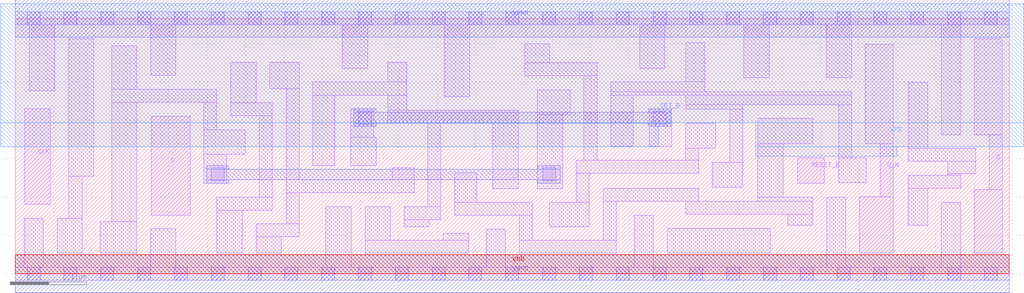
<source format=lef>
# Copyright 2020 The SkyWater PDK Authors
#
# Licensed under the Apache License, Version 2.0 (the "License");
# you may not use this file except in compliance with the License.
# You may obtain a copy of the License at
#
#     https://www.apache.org/licenses/LICENSE-2.0
#
# Unless required by applicable law or agreed to in writing, software
# distributed under the License is distributed on an "AS IS" BASIS,
# WITHOUT WARRANTIES OR CONDITIONS OF ANY KIND, either express or implied.
# See the License for the specific language governing permissions and
# limitations under the License.
#
# SPDX-License-Identifier: Apache-2.0

VERSION 5.7 ;
  NOWIREEXTENSIONATPIN ON ;
  DIVIDERCHAR "/" ;
  BUSBITCHARS "[]" ;
MACRO sky130_fd_sc_lp__dfbbp_1
  CLASS CORE ;
  FOREIGN sky130_fd_sc_lp__dfbbp_1 ;
  ORIGIN  0.000000  0.000000 ;
  SIZE  12.96000 BY  3.330000 ;
  SYMMETRY X Y R90 ;
  SITE unit ;
  PIN D
    ANTENNAGATEAREA  0.126000 ;
    DIRECTION INPUT ;
    USE SIGNAL ;
    PORT
      LAYER li1 ;
        RECT 1.770000 0.765000 2.280000 2.055000 ;
    END
  END D
  PIN Q
    ANTENNADIFFAREA  0.598500 ;
    DIRECTION OUTPUT ;
    USE SIGNAL ;
    PORT
      LAYER li1 ;
        RECT 12.505000 0.265000 12.870000 1.095000 ;
        RECT 12.505000 1.815000 12.870000 3.065000 ;
        RECT 12.700000 1.095000 12.870000 1.815000 ;
    END
  END Q
  PIN Q_N
    ANTENNADIFFAREA  0.598500 ;
    DIRECTION OUTPUT ;
    USE SIGNAL ;
    PORT
      LAYER li1 ;
        RECT 11.010000 0.265000 11.445000 1.005000 ;
        RECT 11.085000 1.695000 11.445000 2.995000 ;
        RECT 11.275000 1.005000 11.445000 1.695000 ;
    END
  END Q_N
  PIN RESET_B
    ANTENNAGATEAREA  0.159000 ;
    DIRECTION INPUT ;
    USE SIGNAL ;
    PORT
      LAYER li1 ;
        RECT 10.205000 1.180000 10.550000 1.515000 ;
    END
  END RESET_B
  PIN SET_B
    ANTENNAGATEAREA  0.444000 ;
    DIRECTION INPUT ;
    USE SIGNAL ;
    PORT
      LAYER met1 ;
        RECT 4.415000 1.920000 4.705000 1.965000 ;
        RECT 4.415000 1.965000 8.545000 2.105000 ;
        RECT 4.415000 2.105000 4.705000 2.150000 ;
        RECT 8.255000 1.920000 8.545000 1.965000 ;
        RECT 8.255000 2.105000 8.545000 2.150000 ;
    END
  END SET_B
  PIN CLK
    ANTENNAGATEAREA  0.159000 ;
    DIRECTION INPUT ;
    USE CLOCK ;
    PORT
      LAYER li1 ;
        RECT 0.125000 0.905000 0.455000 2.150000 ;
    END
  END CLK
  PIN VGND
    DIRECTION INOUT ;
    USE GROUND ;
    PORT
      LAYER met1 ;
        RECT 0.000000 -0.245000 12.960000 0.245000 ;
    END
  END VGND
  PIN VNB
    DIRECTION INOUT ;
    USE GROUND ;
    PORT
      LAYER pwell ;
        RECT 0.000000 0.000000 12.960000 0.245000 ;
    END
  END VNB
  PIN VPB
    DIRECTION INOUT ;
    USE POWER ;
    PORT
      LAYER nwell ;
        RECT -0.190000 1.655000  8.385000 1.970000 ;
        RECT -0.190000 1.970000 13.150000 3.520000 ;
        RECT  9.655000 1.535000 11.495000 1.655000 ;
        RECT  9.655000 1.655000 13.150000 1.970000 ;
    END
  END VPB
  PIN VPWR
    DIRECTION INOUT ;
    USE POWER ;
    PORT
      LAYER met1 ;
        RECT 0.000000 3.085000 12.960000 3.575000 ;
    END
  END VPWR
  OBS
    LAYER li1 ;
      RECT  0.000000 -0.085000 12.960000 0.085000 ;
      RECT  0.000000  3.245000 12.960000 3.415000 ;
      RECT  0.115000  0.085000  0.365000 0.725000 ;
      RECT  0.185000  2.385000  0.515000 3.245000 ;
      RECT  0.545000  0.265000  0.875000 0.725000 ;
      RECT  0.695000  0.725000  0.875000 1.270000 ;
      RECT  0.695000  1.270000  1.025000 3.065000 ;
      RECT  1.105000  0.265000  1.585000 0.675000 ;
      RECT  1.255000  0.675000  1.585000 2.235000 ;
      RECT  1.255000  2.235000  2.630000 2.405000 ;
      RECT  1.255000  2.405000  1.585000 2.975000 ;
      RECT  1.765000  0.085000  2.095000 0.585000 ;
      RECT  1.765000  2.585000  2.095000 3.245000 ;
      RECT  2.460000  1.180000  2.755000 1.560000 ;
      RECT  2.460000  1.560000  3.000000 1.880000 ;
      RECT  2.460000  1.880000  2.630000 2.235000 ;
      RECT  2.630000  0.265000  2.960000 0.830000 ;
      RECT  2.630000  0.830000  3.350000 1.000000 ;
      RECT  2.810000  2.060000  3.350000 2.230000 ;
      RECT  2.810000  2.230000  3.140000 2.755000 ;
      RECT  3.140000  0.265000  3.470000 0.480000 ;
      RECT  3.140000  0.480000  3.700000 0.650000 ;
      RECT  3.180000  1.000000  3.350000 2.060000 ;
      RECT  3.320000  2.410000  3.700000 2.755000 ;
      RECT  3.530000  0.650000  3.700000 1.055000 ;
      RECT  3.530000  1.055000  5.200000 1.225000 ;
      RECT  3.530000  1.225000  3.700000 2.410000 ;
      RECT  3.880000  1.405000  4.165000 2.330000 ;
      RECT  3.880000  2.330000  5.105000 2.500000 ;
      RECT  4.050000  0.085000  4.380000 0.875000 ;
      RECT  4.265000  2.680000  4.595000 3.245000 ;
      RECT  4.375000  1.405000  4.705000 1.780000 ;
      RECT  4.375000  1.780000  4.675000 2.150000 ;
      RECT  4.560000  0.265000  5.910000 0.435000 ;
      RECT  4.560000  0.435000  4.890000 0.875000 ;
      RECT  4.855000  1.960000  6.555000 2.130000 ;
      RECT  4.855000  2.130000  5.105000 2.330000 ;
      RECT  4.855000  2.500000  5.105000 2.755000 ;
      RECT  4.915000  1.225000  5.200000 1.385000 ;
      RECT  5.070000  0.615000  5.400000 0.705000 ;
      RECT  5.070000  0.705000  5.550000 0.875000 ;
      RECT  5.380000  0.875000  5.550000 1.960000 ;
      RECT  5.580000  0.435000  5.910000 0.525000 ;
      RECT  5.595000  2.310000  5.925000 3.245000 ;
      RECT  5.730000  0.760000  6.740000 0.930000 ;
      RECT  5.730000  0.930000  6.015000 1.315000 ;
      RECT  6.140000  0.085000  6.390000 0.580000 ;
      RECT  6.225000  1.110000  6.555000 1.960000 ;
      RECT  6.570000  0.265000  7.835000 0.435000 ;
      RECT  6.570000  0.435000  6.740000 0.760000 ;
      RECT  6.640000  2.580000  7.585000 2.750000 ;
      RECT  6.640000  2.750000  6.970000 3.000000 ;
      RECT  6.805000  1.110000  7.135000 2.070000 ;
      RECT  6.805000  2.070000  7.235000 2.400000 ;
      RECT  6.960000  0.615000  7.485000 0.930000 ;
      RECT  7.315000  0.930000  7.485000 1.310000 ;
      RECT  7.315000  1.310000  8.910000 1.480000 ;
      RECT  7.415000  1.480000  7.585000 2.580000 ;
      RECT  7.665000  0.435000  7.835000 0.945000 ;
      RECT  7.665000  0.945000  8.910000 1.115000 ;
      RECT  7.765000  1.660000  8.055000 2.330000 ;
      RECT  7.765000  2.330000 10.905000 2.375000 ;
      RECT  7.765000  2.375000  8.990000 2.500000 ;
      RECT  8.070000  0.085000  8.320000 0.765000 ;
      RECT  8.140000  2.680000  8.470000 3.245000 ;
      RECT  8.265000  1.660000  8.560000 2.150000 ;
      RECT  8.500000  0.265000  9.845000 0.595000 ;
      RECT  8.740000  0.775000 10.400000 0.945000 ;
      RECT  8.740000  1.480000  8.910000 1.635000 ;
      RECT  8.740000  1.635000  9.135000 1.965000 ;
      RECT  8.740000  2.145000  9.485000 2.205000 ;
      RECT  8.740000  2.205000 10.905000 2.330000 ;
      RECT  8.740000  2.500000  8.990000 3.010000 ;
      RECT  9.090000  1.125000  9.485000 1.455000 ;
      RECT  9.315000  1.455000  9.485000 2.145000 ;
      RECT  9.500000  2.555000  9.830000 3.245000 ;
      RECT  9.680000  0.945000 10.400000 1.000000 ;
      RECT  9.680000  1.000000 10.010000 1.695000 ;
      RECT  9.680000  1.695000 10.395000 2.025000 ;
      RECT 10.070000  0.635000 10.400000 0.775000 ;
      RECT 10.575000  2.555000 10.905000 3.245000 ;
      RECT 10.580000  0.085000 10.830000 1.000000 ;
      RECT 10.735000  1.185000 11.095000 1.515000 ;
      RECT 10.735000  1.515000 10.905000 2.205000 ;
      RECT 11.645000  0.635000 11.895000 1.115000 ;
      RECT 11.645000  1.115000 12.325000 1.285000 ;
      RECT 11.645000  1.465000 12.520000 1.635000 ;
      RECT 11.645000  1.635000 11.895000 2.495000 ;
      RECT 12.075000  0.085000 12.325000 0.935000 ;
      RECT 12.075000  1.815000 12.325000 3.245000 ;
      RECT 12.155000  1.285000 12.325000 1.305000 ;
      RECT 12.155000  1.305000 12.520000 1.465000 ;
    LAYER mcon ;
      RECT  0.155000 -0.085000  0.325000 0.085000 ;
      RECT  0.155000  3.245000  0.325000 3.415000 ;
      RECT  0.635000 -0.085000  0.805000 0.085000 ;
      RECT  0.635000  3.245000  0.805000 3.415000 ;
      RECT  1.115000 -0.085000  1.285000 0.085000 ;
      RECT  1.115000  3.245000  1.285000 3.415000 ;
      RECT  1.595000 -0.085000  1.765000 0.085000 ;
      RECT  1.595000  3.245000  1.765000 3.415000 ;
      RECT  2.075000 -0.085000  2.245000 0.085000 ;
      RECT  2.075000  3.245000  2.245000 3.415000 ;
      RECT  2.555000 -0.085000  2.725000 0.085000 ;
      RECT  2.555000  1.210000  2.725000 1.380000 ;
      RECT  2.555000  3.245000  2.725000 3.415000 ;
      RECT  3.035000 -0.085000  3.205000 0.085000 ;
      RECT  3.035000  3.245000  3.205000 3.415000 ;
      RECT  3.515000 -0.085000  3.685000 0.085000 ;
      RECT  3.515000  3.245000  3.685000 3.415000 ;
      RECT  3.995000 -0.085000  4.165000 0.085000 ;
      RECT  3.995000  3.245000  4.165000 3.415000 ;
      RECT  4.475000 -0.085000  4.645000 0.085000 ;
      RECT  4.475000  1.950000  4.645000 2.120000 ;
      RECT  4.475000  3.245000  4.645000 3.415000 ;
      RECT  4.955000 -0.085000  5.125000 0.085000 ;
      RECT  4.955000  3.245000  5.125000 3.415000 ;
      RECT  5.435000 -0.085000  5.605000 0.085000 ;
      RECT  5.435000  3.245000  5.605000 3.415000 ;
      RECT  5.915000 -0.085000  6.085000 0.085000 ;
      RECT  5.915000  3.245000  6.085000 3.415000 ;
      RECT  6.395000 -0.085000  6.565000 0.085000 ;
      RECT  6.395000  3.245000  6.565000 3.415000 ;
      RECT  6.875000 -0.085000  7.045000 0.085000 ;
      RECT  6.875000  1.210000  7.045000 1.380000 ;
      RECT  6.875000  3.245000  7.045000 3.415000 ;
      RECT  7.355000 -0.085000  7.525000 0.085000 ;
      RECT  7.355000  3.245000  7.525000 3.415000 ;
      RECT  7.835000 -0.085000  8.005000 0.085000 ;
      RECT  7.835000  3.245000  8.005000 3.415000 ;
      RECT  8.315000 -0.085000  8.485000 0.085000 ;
      RECT  8.315000  1.950000  8.485000 2.120000 ;
      RECT  8.315000  3.245000  8.485000 3.415000 ;
      RECT  8.795000 -0.085000  8.965000 0.085000 ;
      RECT  8.795000  3.245000  8.965000 3.415000 ;
      RECT  9.275000 -0.085000  9.445000 0.085000 ;
      RECT  9.275000  3.245000  9.445000 3.415000 ;
      RECT  9.755000 -0.085000  9.925000 0.085000 ;
      RECT  9.755000  3.245000  9.925000 3.415000 ;
      RECT 10.235000 -0.085000 10.405000 0.085000 ;
      RECT 10.235000  3.245000 10.405000 3.415000 ;
      RECT 10.715000 -0.085000 10.885000 0.085000 ;
      RECT 10.715000  3.245000 10.885000 3.415000 ;
      RECT 11.195000 -0.085000 11.365000 0.085000 ;
      RECT 11.195000  3.245000 11.365000 3.415000 ;
      RECT 11.675000 -0.085000 11.845000 0.085000 ;
      RECT 11.675000  3.245000 11.845000 3.415000 ;
      RECT 12.155000 -0.085000 12.325000 0.085000 ;
      RECT 12.155000  3.245000 12.325000 3.415000 ;
      RECT 12.635000 -0.085000 12.805000 0.085000 ;
      RECT 12.635000  3.245000 12.805000 3.415000 ;
    LAYER met1 ;
      RECT 2.495000 1.180000 2.785000 1.225000 ;
      RECT 2.495000 1.225000 7.105000 1.365000 ;
      RECT 2.495000 1.365000 2.785000 1.410000 ;
      RECT 6.815000 1.180000 7.105000 1.225000 ;
      RECT 6.815000 1.365000 7.105000 1.410000 ;
  END
END sky130_fd_sc_lp__dfbbp_1
END LIBRARY

</source>
